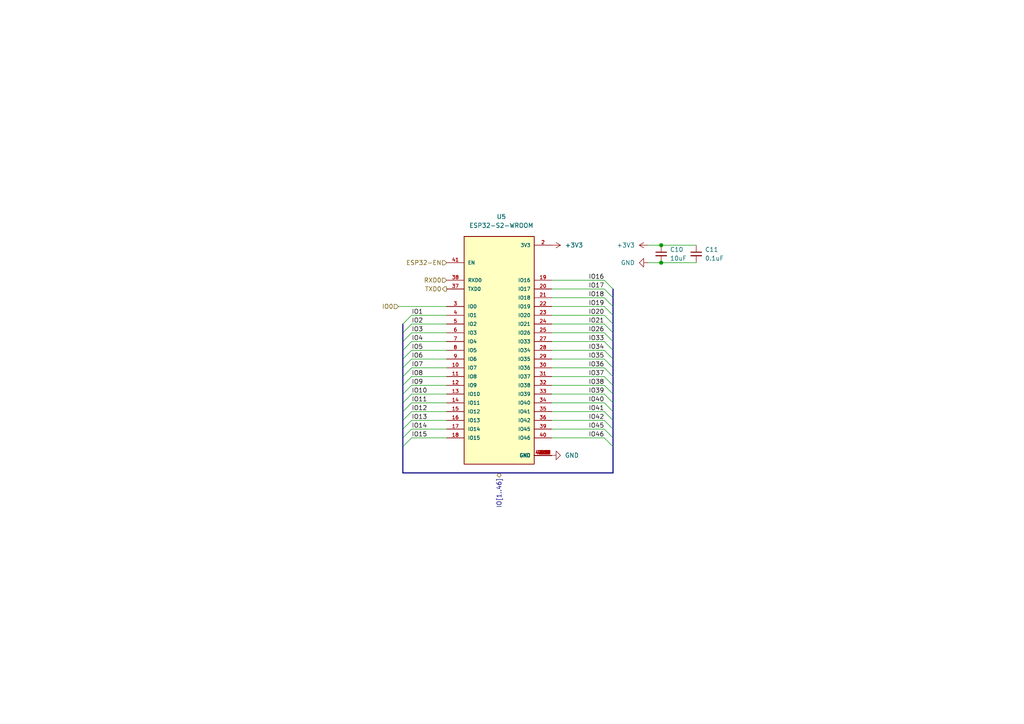
<source format=kicad_sch>
(kicad_sch (version 20201015) (generator eeschema)
  (page 1 5)
  (paper "A4")
  (lib_symbols
    (symbol "Device:C_Small" (pin_numbers hide) (pin_names (offset 0.254) hide)
      (property "Reference" "C" (at 0.254 1.778 0))
      (property "Value" "C_Small" (at 0.254 -2.032 0))
      (symbol "C_Small_0_1"
        (polyline (pts (xy -1.524 -0.508) (xy 1.524 -0.508)) (stroke (width 0.3302)))
        (polyline (pts (xy -1.524 0.508) (xy 1.524 0.508)) (stroke (width 0.3048)))
      )
      (symbol "C_Small_1_1"
        (pin passive line (at 0 2.54 270) (length 2.032) (name "~") (number "1"))
        (pin passive line (at 0 -2.54 90) (length 2.032) (name "~") (number "2"))
      )
    )
    (symbol "ESP32-S2-WROOM:ESP32-S2-WROOM" (pin_names (offset 1.016))
      (property "Reference" "U" (at -9.9568 34.1376 0))
      (property "Value" "ESP32-S2-WROOM" (at -10.2108 -35.6616 0))
      (symbol "ESP32-S2-WROOM_0_0"
        (rectangle (start -10.16 -33.02) (end 10.16 33.02) (stroke (width 0.254)) (fill (type background)))
        (pin power_in line (at 15.24 -30.48 180) (length 5.08) (name "GND") (number "1"))
        (pin power_in line (at 15.24 -30.48 180) (length 5.08) (name "GND") (number "26"))
        (pin power_in line (at 15.24 -30.48 180) (length 5.08) (name "GND") (number "42"))
        (pin power_in line (at 15.24 -30.48 180) (length 5.08) (name "GND") (number "43.1"))
        (pin power_in line (at 15.24 -30.48 180) (length 5.08) (name "GND") (number "43.2"))
        (pin power_in line (at 15.24 -30.48 180) (length 5.08) (name "GND") (number "43.3"))
        (pin power_in line (at 15.24 -30.48 180) (length 5.08) (name "GND") (number "43.4"))
        (pin power_in line (at 15.24 -30.48 180) (length 5.08) (name "GND") (number "43.5"))
        (pin power_in line (at 15.24 -30.48 180) (length 5.08) (name "GND") (number "43.6"))
        (pin power_in line (at 15.24 -30.48 180) (length 5.08) (name "GND") (number "43.7"))
        (pin power_in line (at 15.24 -30.48 180) (length 5.08) (name "GND") (number "43.8"))
        (pin power_in line (at 15.24 -30.48 180) (length 5.08) (name "GND") (number "43.9"))
        (pin power_in line (at 15.24 -30.48 180) (length 5.08) (name "GND") (number "43.10"))
        (pin power_in line (at 15.24 -30.48 180) (length 5.08) (name "GND") (number "43.11"))
        (pin power_in line (at 15.24 -30.48 180) (length 5.08) (name "GND") (number "43.12"))
        (pin power_in line (at 15.24 -30.48 180) (length 5.08) (name "GND") (number "43.13"))
        (pin power_in line (at 15.24 -30.48 180) (length 5.08) (name "GND") (number "43.14"))
        (pin power_in line (at 15.24 -30.48 180) (length 5.08) (name "GND") (number "43.15"))
        (pin power_in line (at 15.24 -30.48 180) (length 5.08) (name "GND") (number "43.16"))
        (pin power_in line (at 15.24 -30.48 180) (length 5.08) (name "GND") (number "43.17"))
        (pin power_in line (at 15.24 -30.48 180) (length 5.08) (name "GND") (number "43.18"))
        (pin power_in line (at 15.24 -30.48 180) (length 5.08) (name "GND") (number "43.19"))
        (pin power_in line (at 15.24 -30.48 180) (length 5.08) (name "GND") (number "43.20"))
        (pin power_in line (at 15.24 -30.48 180) (length 5.08) (name "GND") (number "43.21"))
        (pin power_in line (at 15.24 30.48 180) (length 5.08) (name "3V3") (number "2"))
        (pin input line (at -15.24 25.4 0) (length 5.08) (name "EN") (number "41"))
        (pin bidirectional line (at 15.24 0 180) (length 5.08) (name "IO34") (number "28"))
        (pin bidirectional line (at 15.24 -2.54 180) (length 5.08) (name "IO35") (number "29"))
        (pin bidirectional line (at 15.24 2.54 180) (length 5.08) (name "IO33") (number "27"))
        (pin bidirectional line (at 15.24 -17.78 180) (length 5.08) (name "IO41") (number "35"))
        (pin bidirectional line (at 15.24 -12.7 180) (length 5.08) (name "IO39") (number "33"))
        (pin bidirectional line (at 15.24 5.08 180) (length 5.08) (name "IO26") (number "25"))
        (pin bidirectional line (at 15.24 -15.24 180) (length 5.08) (name "IO40") (number "34"))
        (pin bidirectional line (at -15.24 -22.86 0) (length 5.08) (name "IO14") (number "17"))
        (pin bidirectional line (at -15.24 -17.78 0) (length 5.08) (name "IO12") (number "15"))
        (pin bidirectional line (at -15.24 -20.32 0) (length 5.08) (name "IO13") (number "16"))
        (pin bidirectional line (at -15.24 -25.4 0) (length 5.08) (name "IO15") (number "18"))
        (pin bidirectional line (at -15.24 7.62 0) (length 5.08) (name "IO2") (number "5"))
        (pin bidirectional line (at -15.24 12.7 0) (length 5.08) (name "IO0") (number "3"))
        (pin bidirectional line (at -15.24 2.54 0) (length 5.08) (name "IO4") (number "7"))
        (pin bidirectional line (at 15.24 20.32 180) (length 5.08) (name "IO16") (number "19"))
        (pin bidirectional line (at 15.24 17.78 180) (length 5.08) (name "IO17") (number "20"))
        (pin bidirectional line (at -15.24 0 0) (length 5.08) (name "IO5") (number "8"))
        (pin bidirectional line (at 15.24 15.24 180) (length 5.08) (name "IO18") (number "21"))
        (pin bidirectional line (at 15.24 12.7 180) (length 5.08) (name "IO19") (number "22"))
        (pin bidirectional line (at 15.24 7.62 180) (length 5.08) (name "IO21") (number "24"))
        (pin bidirectional line (at 15.24 -7.62 180) (length 5.08) (name "IO37") (number "31"))
        (pin bidirectional line (at 15.24 -10.16 180) (length 5.08) (name "IO38") (number "32"))
        (pin bidirectional line (at -15.24 10.16 0) (length 5.08) (name "IO1") (number "4"))
        (pin bidirectional line (at -15.24 5.08 0) (length 5.08) (name "IO3") (number "6"))
        (pin bidirectional line (at -15.24 -2.54 0) (length 5.08) (name "IO6") (number "9"))
        (pin bidirectional line (at -15.24 -5.08 0) (length 5.08) (name "IO7") (number "10"))
        (pin bidirectional line (at -15.24 -7.62 0) (length 5.08) (name "IO8") (number "11"))
        (pin bidirectional line (at -15.24 -10.16 0) (length 5.08) (name "IO9") (number "12"))
        (pin bidirectional line (at -15.24 -12.7 0) (length 5.08) (name "IO10") (number "13"))
        (pin bidirectional line (at -15.24 -15.24 0) (length 5.08) (name "IO11") (number "14"))
        (pin bidirectional line (at 15.24 -5.08 180) (length 5.08) (name "IO36") (number "30"))
        (pin bidirectional line (at 15.24 -20.32 180) (length 5.08) (name "IO42") (number "36"))
        (pin bidirectional line (at 15.24 10.16 180) (length 5.08) (name "IO20") (number "23"))
        (pin bidirectional line (at -15.24 17.78 0) (length 5.08) (name "TXD0") (number "37"))
        (pin bidirectional line (at -15.24 20.32 0) (length 5.08) (name "RXD0") (number "38"))
        (pin bidirectional line (at 15.24 -22.86 180) (length 5.08) (name "IO45") (number "39"))
        (pin bidirectional line (at 15.24 -25.4 180) (length 5.08) (name "IO46") (number "40"))
      )
    )
    (symbol "power:+3V3" (power) (pin_names (offset 0))
      (property "Value" "+3V3" (at 0 3.556 0))
      (symbol "+3V3_0_1"
        (polyline (pts (xy -0.762 1.27) (xy 0 2.54)))
        (polyline (pts (xy 0 0) (xy 0 2.54)))
        (polyline (pts (xy 0 2.54) (xy 0.762 1.27)))
      )
      (symbol "+3V3_1_1"
        (pin power_in line (at 0 0 90) (length 0) hide (name "+3V3") (number "1"))
      )
    )
    (symbol "power:GND" (power) (pin_names (offset 0))
      (property "Value" "GND" (at 0 -3.81 0))
      (symbol "GND_0_1"
        (polyline (pts (xy 0 0) (xy 0 -1.27) (xy 1.27 -1.27) (xy 0 -2.54) (xy -1.27 -1.27) (xy 0 -1.27)))
      )
      (symbol "GND_1_1"
        (pin power_in line (at 0 0 270) (length 0) hide (name "GND") (number "1"))
      )
    )
  )
  (junction (at 191.77 71.12) (diameter 1.016))
  (junction (at 191.77 76.2) (diameter 1.016))
  (bus_entry (at 116.84 96.52) (size 2.54 -2.54) (stroke (width 0.1524)))
  (bus_entry (at 116.84 99.06) (size 2.54 -2.54) (stroke (width 0.1524)))
  (bus_entry (at 116.84 101.6) (size 2.54 -2.54) (stroke (width 0.1524)))
  (bus_entry (at 116.84 104.14) (size 2.54 -2.54) (stroke (width 0.1524)))
  (bus_entry (at 116.84 106.68) (size 2.54 -2.54) (stroke (width 0.1524)))
  (bus_entry (at 116.84 109.22) (size 2.54 -2.54) (stroke (width 0.1524)))
  (bus_entry (at 116.84 111.76) (size 2.54 -2.54) (stroke (width 0.1524)))
  (bus_entry (at 116.84 114.3) (size 2.54 -2.54) (stroke (width 0.1524)))
  (bus_entry (at 116.84 116.84) (size 2.54 -2.54) (stroke (width 0.1524)))
  (bus_entry (at 116.84 119.38) (size 2.54 -2.54) (stroke (width 0.1524)))
  (bus_entry (at 116.84 121.92) (size 2.54 -2.54) (stroke (width 0.1524)))
  (bus_entry (at 116.84 124.46) (size 2.54 -2.54) (stroke (width 0.1524)))
  (bus_entry (at 116.84 127) (size 2.54 -2.54) (stroke (width 0.1524)))
  (bus_entry (at 116.84 129.54) (size 2.54 -2.54) (stroke (width 0.1524)))
  (bus_entry (at 119.38 91.44) (size -2.54 2.54) (stroke (width 0.1524)))
  (bus_entry (at 177.8 83.82) (size -2.54 -2.54) (stroke (width 0.1524)))
  (bus_entry (at 177.8 86.36) (size -2.54 -2.54) (stroke (width 0.1524)))
  (bus_entry (at 177.8 88.9) (size -2.54 -2.54) (stroke (width 0.1524)))
  (bus_entry (at 177.8 91.44) (size -2.54 -2.54) (stroke (width 0.1524)))
  (bus_entry (at 177.8 93.98) (size -2.54 -2.54) (stroke (width 0.1524)))
  (bus_entry (at 177.8 96.52) (size -2.54 -2.54) (stroke (width 0.1524)))
  (bus_entry (at 177.8 99.06) (size -2.54 -2.54) (stroke (width 0.1524)))
  (bus_entry (at 177.8 101.6) (size -2.54 -2.54) (stroke (width 0.1524)))
  (bus_entry (at 177.8 104.14) (size -2.54 -2.54) (stroke (width 0.1524)))
  (bus_entry (at 177.8 106.68) (size -2.54 -2.54) (stroke (width 0.1524)))
  (bus_entry (at 177.8 109.22) (size -2.54 -2.54) (stroke (width 0.1524)))
  (bus_entry (at 177.8 111.76) (size -2.54 -2.54) (stroke (width 0.1524)))
  (bus_entry (at 177.8 114.3) (size -2.54 -2.54) (stroke (width 0.1524)))
  (bus_entry (at 177.8 116.84) (size -2.54 -2.54) (stroke (width 0.1524)))
  (bus_entry (at 177.8 119.38) (size -2.54 -2.54) (stroke (width 0.1524)))
  (bus_entry (at 177.8 121.92) (size -2.54 -2.54) (stroke (width 0.1524)))
  (bus_entry (at 177.8 124.46) (size -2.54 -2.54) (stroke (width 0.1524)))
  (bus_entry (at 177.8 127) (size -2.54 -2.54) (stroke (width 0.1524)))
  (bus_entry (at 177.8 129.54) (size -2.54 -2.54) (stroke (width 0.1524)))
  (wire (pts (xy 115.57 88.9) (xy 129.54 88.9)))
  (wire (pts (xy 119.38 91.44) (xy 129.54 91.44)))
  (wire (pts (xy 119.38 93.98) (xy 129.54 93.98)))
  (wire (pts (xy 119.38 96.52) (xy 129.54 96.52)))
  (wire (pts (xy 119.38 99.06) (xy 129.54 99.06)))
  (wire (pts (xy 119.38 101.6) (xy 129.54 101.6)))
  (wire (pts (xy 119.38 104.14) (xy 129.54 104.14)))
  (wire (pts (xy 119.38 106.68) (xy 129.54 106.68)))
  (wire (pts (xy 119.38 109.22) (xy 129.54 109.22)))
  (wire (pts (xy 119.38 111.76) (xy 129.54 111.76)))
  (wire (pts (xy 119.38 114.3) (xy 129.54 114.3)))
  (wire (pts (xy 119.38 116.84) (xy 129.54 116.84)))
  (wire (pts (xy 119.38 119.38) (xy 129.54 119.38)))
  (wire (pts (xy 119.38 121.92) (xy 129.54 121.92)))
  (wire (pts (xy 119.38 124.46) (xy 129.54 124.46)))
  (wire (pts (xy 119.38 127) (xy 129.54 127)))
  (wire (pts (xy 160.02 81.28) (xy 175.26 81.28)))
  (wire (pts (xy 160.02 83.82) (xy 175.26 83.82)))
  (wire (pts (xy 160.02 86.36) (xy 175.26 86.36)))
  (wire (pts (xy 160.02 88.9) (xy 175.26 88.9)))
  (wire (pts (xy 160.02 91.44) (xy 175.26 91.44)))
  (wire (pts (xy 160.02 93.98) (xy 175.26 93.98)))
  (wire (pts (xy 160.02 96.52) (xy 175.26 96.52)))
  (wire (pts (xy 160.02 99.06) (xy 175.26 99.06)))
  (wire (pts (xy 160.02 101.6) (xy 175.26 101.6)))
  (wire (pts (xy 160.02 104.14) (xy 175.26 104.14)))
  (wire (pts (xy 160.02 106.68) (xy 175.26 106.68)))
  (wire (pts (xy 160.02 109.22) (xy 175.26 109.22)))
  (wire (pts (xy 160.02 111.76) (xy 175.26 111.76)))
  (wire (pts (xy 160.02 114.3) (xy 175.26 114.3)))
  (wire (pts (xy 160.02 116.84) (xy 175.26 116.84)))
  (wire (pts (xy 160.02 119.38) (xy 175.26 119.38)))
  (wire (pts (xy 160.02 121.92) (xy 175.26 121.92)))
  (wire (pts (xy 160.02 124.46) (xy 175.26 124.46)))
  (wire (pts (xy 160.02 127) (xy 175.26 127)))
  (wire (pts (xy 187.96 71.12) (xy 191.77 71.12)))
  (wire (pts (xy 187.96 76.2) (xy 191.77 76.2)))
  (wire (pts (xy 191.77 71.12) (xy 201.93 71.12)))
  (wire (pts (xy 191.77 76.2) (xy 201.93 76.2)))
  (bus (pts (xy 116.84 93.98) (xy 116.84 96.52)))
  (bus (pts (xy 116.84 96.52) (xy 116.84 99.06)))
  (bus (pts (xy 116.84 99.06) (xy 116.84 101.6)))
  (bus (pts (xy 116.84 101.6) (xy 116.84 104.14)))
  (bus (pts (xy 116.84 104.14) (xy 116.84 106.68)))
  (bus (pts (xy 116.84 106.68) (xy 116.84 109.22)))
  (bus (pts (xy 116.84 109.22) (xy 116.84 111.76)))
  (bus (pts (xy 116.84 111.76) (xy 116.84 114.3)))
  (bus (pts (xy 116.84 114.3) (xy 116.84 116.84)))
  (bus (pts (xy 116.84 116.84) (xy 116.84 119.38)))
  (bus (pts (xy 116.84 119.38) (xy 116.84 121.92)))
  (bus (pts (xy 116.84 121.92) (xy 116.84 124.46)))
  (bus (pts (xy 116.84 124.46) (xy 116.84 127)))
  (bus (pts (xy 116.84 127) (xy 116.84 129.54)))
  (bus (pts (xy 116.84 129.54) (xy 116.84 137.16)))
  (bus (pts (xy 116.84 137.16) (xy 177.8 137.16)))
  (bus (pts (xy 177.8 83.82) (xy 177.8 86.36)))
  (bus (pts (xy 177.8 86.36) (xy 177.8 88.9)))
  (bus (pts (xy 177.8 88.9) (xy 177.8 91.44)))
  (bus (pts (xy 177.8 91.44) (xy 177.8 93.98)))
  (bus (pts (xy 177.8 93.98) (xy 177.8 96.52)))
  (bus (pts (xy 177.8 96.52) (xy 177.8 99.06)))
  (bus (pts (xy 177.8 99.06) (xy 177.8 101.6)))
  (bus (pts (xy 177.8 101.6) (xy 177.8 104.14)))
  (bus (pts (xy 177.8 104.14) (xy 177.8 106.68)))
  (bus (pts (xy 177.8 106.68) (xy 177.8 109.22)))
  (bus (pts (xy 177.8 109.22) (xy 177.8 111.76)))
  (bus (pts (xy 177.8 111.76) (xy 177.8 114.3)))
  (bus (pts (xy 177.8 114.3) (xy 177.8 116.84)))
  (bus (pts (xy 177.8 116.84) (xy 177.8 119.38)))
  (bus (pts (xy 177.8 119.38) (xy 177.8 121.92)))
  (bus (pts (xy 177.8 121.92) (xy 177.8 124.46)))
  (bus (pts (xy 177.8 124.46) (xy 177.8 127)))
  (bus (pts (xy 177.8 127) (xy 177.8 129.54)))
  (bus (pts (xy 177.8 129.54) (xy 177.8 137.16)))
  (label "IO1" (at 119.38 91.44 0))
  (label "IO2" (at 119.38 93.98 0))
  (label "IO3" (at 119.38 96.52 0))
  (label "IO4" (at 119.38 99.06 0))
  (label "IO5" (at 119.38 101.6 0))
  (label "IO6" (at 119.38 104.14 0))
  (label "IO7" (at 119.38 106.68 0))
  (label "IO8" (at 119.38 109.22 0))
  (label "IO9" (at 119.38 111.76 0))
  (label "IO10" (at 119.38 114.3 0))
  (label "IO11" (at 119.38 116.84 0))
  (label "IO12" (at 119.38 119.38 0))
  (label "IO13" (at 119.38 121.92 0))
  (label "IO14" (at 119.38 124.46 0))
  (label "IO15" (at 119.38 127 0))
  (label "IO16" (at 175.26 81.28 180))
  (label "IO17" (at 175.26 83.82 180))
  (label "IO18" (at 175.26 86.36 180))
  (label "IO19" (at 175.26 88.9 180))
  (label "IO20" (at 175.26 91.44 180))
  (label "IO21" (at 175.26 93.98 180))
  (label "IO26" (at 175.26 96.52 180))
  (label "IO33" (at 175.26 99.06 180))
  (label "IO34" (at 175.26 101.6 180))
  (label "IO35" (at 175.26 104.14 180))
  (label "IO36" (at 175.26 106.68 180))
  (label "IO37" (at 175.26 109.22 180))
  (label "IO38" (at 175.26 111.76 180))
  (label "IO39" (at 175.26 114.3 180))
  (label "IO40" (at 175.26 116.84 180))
  (label "IO41" (at 175.26 119.38 180))
  (label "IO42" (at 175.26 121.92 180))
  (label "IO45" (at 175.26 124.46 180))
  (label "IO46" (at 175.26 127 180))
  (hierarchical_label "IO0" (shape input) (at 115.57 88.9 180))
  (hierarchical_label "ESP32-EN" (shape input) (at 129.54 76.2 180))
  (hierarchical_label "RXD0" (shape input) (at 129.54 81.28 180))
  (hierarchical_label "TXD0" (shape output) (at 129.54 83.82 180))
  (hierarchical_label "IO[1..46]" (shape bidirectional) (at 144.78 137.16 270))
  (symbol (lib_id "power:+3V3") (at 160.02 71.12 270) (unit 1)
    (property "Reference" "#PWR0147" (effects hide))
    (property "Value" "+3V3" (at 163.83 71.12 90) (effects (justify left)))
  )
  (symbol (lib_id "power:+3V3") (at 187.96 71.12 90) (unit 1)
    (property "Reference" "#PWR0148" (effects hide))
    (property "Value" "+3V3" (at 184.15 71.12 90) (effects (justify left)))
  )
  (symbol (lib_id "power:GND") (at 160.02 132.08 90) (unit 1)
    (property "Reference" "#PWR0146" (effects hide))
    (property "Value" "GND" (at 163.83 132.08 90) (effects (justify right)))
  )
  (symbol (lib_id "power:GND") (at 187.96 76.2 270) (unit 1)
    (property "Reference" "#PWR0149" (effects hide))
    (property "Value" "GND" (at 184.15 76.2 90) (effects (justify right)))
  )
  (symbol (lib_id "Device:C_Small") (at 191.77 73.66 0) (unit 1)
    (property "Reference" "C10" (at 194.31 72.39 0) (effects (justify left)))
    (property "Value" "10uF" (at 194.31 74.93 0) (effects (justify left)))
    (property "Footprint" "Capacitor_SMD:C_0805_2012Metric_Pad1.18x1.45mm_HandSolder" (effects hide))
  )
  (symbol (lib_id "Device:C_Small") (at 201.93 73.66 0) (unit 1)
    (property "Reference" "C11" (at 204.47 72.39 0) (effects (justify left)))
    (property "Value" "0.1uF" (at 204.47 74.93 0) (effects (justify left)))
    (property "Footprint" "Capacitor_SMD:C_0805_2012Metric_Pad1.18x1.45mm_HandSolder" (effects hide))
  )
  (symbol (lib_id "ESP32-S2-WROOM:ESP32-S2-WROOM") (at 144.78 101.6 0) (unit 1)
    (property "Reference" "U5" (at 145.415 62.865 0))
    (property "Value" "ESP32-S2-WROOM" (at 145.415 65.405 0))
    (property "Footprint" "Footprints:XCVR_ESP32-S2-WROOM-TinyPads" (effects hide))
    (property "MAXIMUM_PACKAGE_HEIGHT" "3.45mm" (effects hide))
    (property "PARTREV" "V1.0" (effects hide))
    (property "MANUFACTURER" "Espressif Systems" (effects hide))
    (property "STANDARD" "Manufacturer Recommendations" (effects hide))
  )
)
</source>
